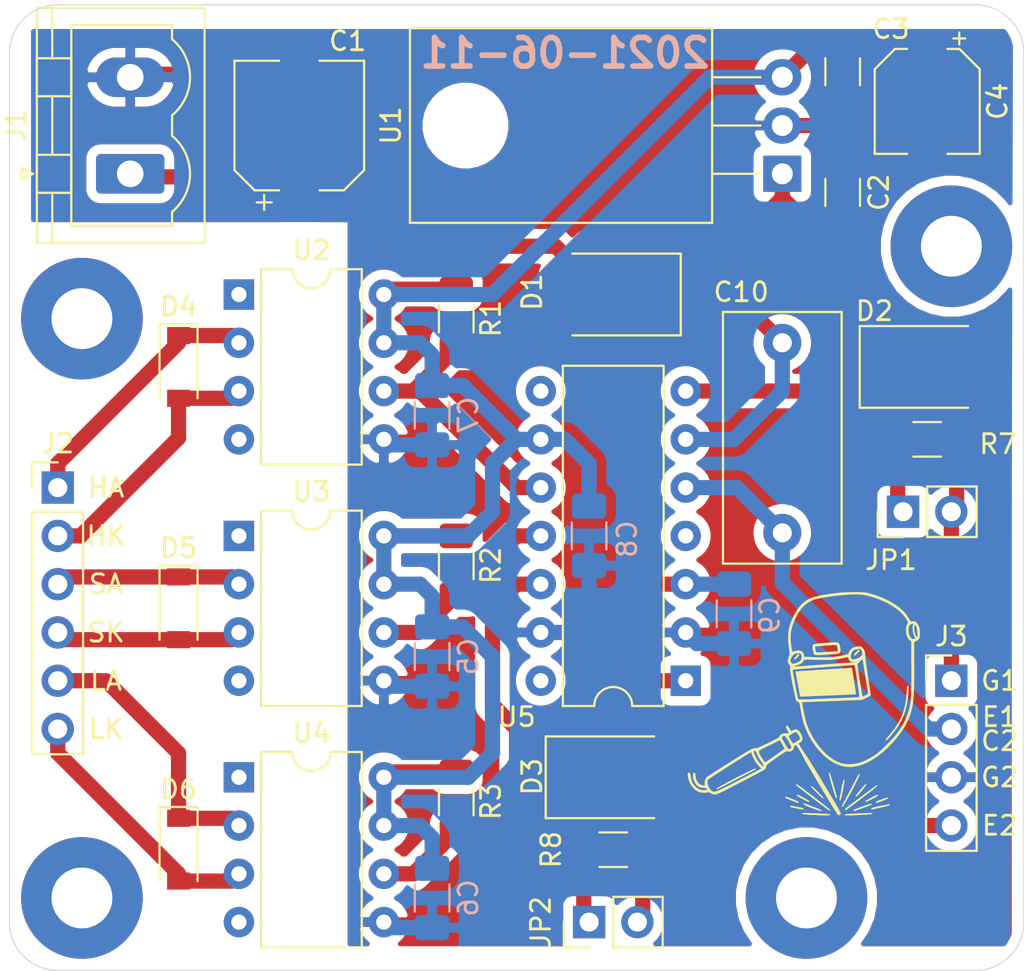
<source format=kicad_pcb>
(kicad_pcb (version 20171130) (host pcbnew 5.1.10-1.fc33)
  (layers (0 F.Cu signal) (31 B.Cu signal) (34 B.Paste user) (35 F.Paste user) (36 B.SilkS user) (37 F.SilkS user) (38 B.Mask user) (39 F.Mask user) (44 Edge.Cuts user))
  (net 0 "")
  (net 1 GND)
  (net 2 +15V)
  (net 3 +5V)
  (net 4 "Net-(C10-Pad2)")
  (net 5 "Net-(C10-Pad1)")
  (net 6 "Net-(D2-Pad2)")
  (net 7 "Net-(D2-Pad1)")
  (net 8 "Net-(D3-Pad2)")
  (net 9 "Net-(D3-Pad1)")
  (net 10 "Net-(D4-Pad2)")
  (net 11 "Net-(D4-Pad1)")
  (net 12 "Net-(D5-Pad2)")
  (net 13 "Net-(D5-Pad1)")
  (net 14 "Net-(D6-Pad2)")
  (net 15 "Net-(D6-Pad1)")
  (net 16 "Net-(R1-Pad2)")
  (net 17 "Net-(R2-Pad2)")
  (net 18 "Net-(R3-Pad2)")
  (module power-driver:welder_footprint (layer F.Cu) (at 138.43 109.22)
    (fp_text reference G*** hide)
    (fp_text value LOGO hide)
  )
  (module MountingHole:MountingHole_3.2mm_M3_Pad (layer F.Cu) (at 100.33 119.38)
    (fp_text reference H4 hide)
    (fp_text value MountingHole)
    (pad 1 thru_hole circle (at 0 0) (size 6.4 6.4) (drill 3.2) (layers *.Cu *.Mask))
  )
  (module Capacitor_SMD:C_1206_3216Metric_Pad1.33x1.80mm_HandSolder (layer B.Cu) (at 118.745 119.38 270)
    (fp_text reference C6 (at 0 -1.905 270) (layer B.SilkS) (effects (justify mirror)))
    (fp_text value 100n)
    (pad 2 smd roundrect (at 1.5625 0 270) (size 1.325 1.8) (layers B.Cu B.Paste B.Mask) (roundrect_rratio 0.1886784905660377) (net 1 GND))
    (pad 1 smd roundrect (at -1.5625 0 270) (size 1.325 1.8) (layers B.Cu B.Paste B.Mask) (roundrect_rratio 0.1886784905660377) (net 3 +5V))
  )
  (module Capacitor_SMD:C_1206_3216Metric_Pad1.33x1.80mm_HandSolder (layer B.Cu) (at 118.745 106.68 270)
    (fp_text reference C5 (at 0 -1.905 270) (layer B.SilkS) (effects (justify mirror)))
    (fp_text value 100n)
    (pad 2 smd roundrect (at 1.5625 0 270) (size 1.325 1.8) (layers B.Cu B.Paste B.Mask) (roundrect_rratio 0.1886784905660377) (net 1 GND))
    (pad 1 smd roundrect (at -1.5625 0 270) (size 1.325 1.8) (layers B.Cu B.Paste B.Mask) (roundrect_rratio 0.1886784905660377) (net 3 +5V))
  )
  (module Capacitor_SMD:C_1206_3216Metric_Pad1.33x1.80mm_HandSolder (layer B.Cu) (at 118.745 93.98 270)
    (fp_text reference C7 (at 0 -1.905 90) (layer B.SilkS) (effects (justify mirror)))
    (fp_text value 100n)
    (pad 2 smd roundrect (at 1.5625 0 270) (size 1.325 1.8) (layers B.Cu B.Paste B.Mask) (roundrect_rratio 0.1886784905660377) (net 1 GND))
    (pad 1 smd roundrect (at -1.5625 0 270) (size 1.325 1.8) (layers B.Cu B.Paste B.Mask) (roundrect_rratio 0.1886784905660377) (net 3 +5V))
  )
  (module Diode_SMD:D_SOD-123 (layer F.Cu) (at 105.41 116.84 270)
    (fp_text reference D6 (at -3.175 0 180) (layer F.SilkS))
    (fp_text value 1N4148W)
    (pad 2 smd rect (at 1.65 0 270) (size 0.9 1.2) (layers F.Cu F.Paste F.Mask) (net 14 "Net-(D6-Pad2)"))
    (pad 1 smd rect (at -1.65 0 270) (size 0.9 1.2) (layers F.Cu F.Paste F.Mask) (net 15 "Net-(D6-Pad1)"))
  )
  (module Diode_SMD:D_SOD-123 (layer F.Cu) (at 105.41 104.14 270)
    (fp_text reference D5 (at -3.175 0) (layer F.SilkS))
    (fp_text value 1N4148W)
    (pad 2 smd rect (at 1.65 0 270) (size 0.9 1.2) (layers F.Cu F.Paste F.Mask) (net 12 "Net-(D5-Pad2)"))
    (pad 1 smd rect (at -1.65 0 270) (size 0.9 1.2) (layers F.Cu F.Paste F.Mask) (net 13 "Net-(D5-Pad1)"))
  )
  (module Diode_SMD:D_SOD-123 (layer F.Cu) (at 105.41 91.44 270)
    (fp_text reference D4 (at -3.175 0) (layer F.SilkS))
    (fp_text value 1N4148W)
    (pad 2 smd rect (at 1.65 0 270) (size 0.9 1.2) (layers F.Cu F.Paste F.Mask) (net 10 "Net-(D4-Pad2)"))
    (pad 1 smd rect (at -1.65 0 270) (size 0.9 1.2) (layers F.Cu F.Paste F.Mask) (net 11 "Net-(D4-Pad1)"))
  )
  (module MountingHole:MountingHole_3.2mm_M3_Pad (layer F.Cu) (at 138.43 119.38)
    (fp_text reference H3 hide)
    (fp_text value MountingHole)
    (pad 1 thru_hole circle (at 0 0) (size 6.4 6.4) (drill 3.2) (layers *.Cu *.Mask))
  )
  (module MountingHole:MountingHole_3.2mm_M3_Pad (layer F.Cu) (at 146.05 85.09)
    (fp_text reference H2 hide)
    (fp_text value MountingHole)
    (pad 1 thru_hole circle (at 0 0) (size 6.4 6.4) (drill 3.2) (layers *.Cu *.Mask))
  )
  (module MountingHole:MountingHole_3.2mm_M3_Pad (layer F.Cu) (at 100.33 88.9)
    (fp_text reference H1 hide)
    (fp_text value MountingHole)
    (pad 1 thru_hole circle (at 0 0) (size 6.4 6.4) (drill 3.2) (layers *.Cu *.Mask))
  )
  (module Connector_PinHeader_2.54mm:PinHeader_1x02_P2.54mm_Vertical (layer F.Cu) (at 127 120.65 90)
    (fp_text reference JP2 (at 0 -2.54 90) (layer F.SilkS))
    (fp_text value Jumper)
    (pad 2 thru_hole oval (at 0 2.54 90) (size 1.7 1.7) (drill 1) (layers *.Cu *.Mask) (net 8 "Net-(D3-Pad2)"))
    (pad 1 thru_hole rect (at 0 0 90) (size 1.7 1.7) (drill 1) (layers *.Cu *.Mask) (net 9 "Net-(D3-Pad1)"))
  )
  (module Connector_PinHeader_2.54mm:PinHeader_1x02_P2.54mm_Vertical (layer F.Cu) (at 143.51 99.06 90)
    (fp_text reference JP1 (at -2.54 -0.635) (layer F.SilkS))
    (fp_text value Jumper)
    (pad 2 thru_hole oval (at 0 2.54 90) (size 1.7 1.7) (drill 1) (layers *.Cu *.Mask) (net 6 "Net-(D2-Pad2)"))
    (pad 1 thru_hole rect (at 0 0 90) (size 1.7 1.7) (drill 1) (layers *.Cu *.Mask) (net 7 "Net-(D2-Pad1)"))
  )
  (module Connector_PinHeader_2.54mm:PinHeader_1x04_P2.54mm_Vertical (layer F.Cu) (at 146.05 107.95)
    (fp_text reference J3 (at 0 -2.33) (layer F.SilkS))
    (fp_text value Conn_01x04_Male)
    (pad 4 thru_hole oval (at 0 7.62) (size 1.7 1.7) (drill 1) (layers *.Cu *.Mask) (net 8 "Net-(D3-Pad2)"))
    (pad 3 thru_hole oval (at 0 5.08) (size 1.7 1.7) (drill 1) (layers *.Cu *.Mask) (net 1 GND))
    (pad 2 thru_hole oval (at 0 2.54) (size 1.7 1.7) (drill 1) (layers *.Cu *.Mask) (net 4 "Net-(C10-Pad2)"))
    (pad 1 thru_hole rect (at 0 0) (size 1.7 1.7) (drill 1) (layers *.Cu *.Mask) (net 6 "Net-(D2-Pad2)"))
  )
  (module Connector_PinHeader_2.54mm:PinHeader_1x06_P2.54mm_Vertical (layer F.Cu) (at 99.06 97.79)
    (fp_text reference J2 (at 0 -2.33) (layer F.SilkS))
    (fp_text value Conn_01x06_Male)
    (pad 6 thru_hole oval (at 0 12.7) (size 1.7 1.7) (drill 1) (layers *.Cu *.Mask) (net 14 "Net-(D6-Pad2)"))
    (pad 5 thru_hole oval (at 0 10.16) (size 1.7 1.7) (drill 1) (layers *.Cu *.Mask) (net 15 "Net-(D6-Pad1)"))
    (pad 4 thru_hole oval (at 0 7.62) (size 1.7 1.7) (drill 1) (layers *.Cu *.Mask) (net 12 "Net-(D5-Pad2)"))
    (pad 3 thru_hole oval (at 0 5.08) (size 1.7 1.7) (drill 1) (layers *.Cu *.Mask) (net 13 "Net-(D5-Pad1)"))
    (pad 2 thru_hole oval (at 0 2.54) (size 1.7 1.7) (drill 1) (layers *.Cu *.Mask) (net 10 "Net-(D4-Pad2)"))
    (pad 1 thru_hole rect (at 0 0) (size 1.7 1.7) (drill 1) (layers *.Cu *.Mask) (net 11 "Net-(D4-Pad1)"))
  )
  (module Package_TO_SOT_THT:TO-220-3_Horizontal_TabDown (layer F.Cu) (at 137.16 81.28 90)
    (fp_text reference U1 (at 2.54 -20.58 90) (layer F.SilkS))
    (fp_text value L7805)
    (pad 3 thru_hole oval (at 5.08 0 90) (size 1.905 2) (drill 1.1) (layers *.Cu *.Mask) (net 3 +5V))
    (pad 2 thru_hole oval (at 2.54 0 90) (size 1.905 2) (drill 1.1) (layers *.Cu *.Mask) (net 1 GND))
    (pad 1 thru_hole rect (at 0 0 90) (size 1.905 2) (drill 1.1) (layers *.Cu *.Mask) (net 2 +15V))
    (pad "" np_thru_hole oval (at 2.54 -16.66 90) (size 3.5 3.5) (drill 3.5) (layers *.Cu *.Mask))
  )
  (module Package_DIP:DIP-14_W7.62mm (layer F.Cu) (at 132.08 107.95 180)
    (fp_text reference U5 (at 8.89 -1.905) (layer F.SilkS))
    (fp_text value IR2110)
    (pad 14 thru_hole oval (at 7.62 0 180) (size 1.6 1.6) (drill 0.8) (layers *.Cu *.Mask))
    (pad 7 thru_hole oval (at 0 15.24 180) (size 1.6 1.6) (drill 0.8) (layers *.Cu *.Mask) (net 7 "Net-(D2-Pad1)"))
    (pad 13 thru_hole oval (at 7.62 2.54 180) (size 1.6 1.6) (drill 0.8) (layers *.Cu *.Mask) (net 1 GND))
    (pad 6 thru_hole oval (at 0 12.7 180) (size 1.6 1.6) (drill 0.8) (layers *.Cu *.Mask) (net 5 "Net-(C10-Pad1)"))
    (pad 12 thru_hole oval (at 7.62 5.08 180) (size 1.6 1.6) (drill 0.8) (layers *.Cu *.Mask) (net 18 "Net-(R3-Pad2)"))
    (pad 5 thru_hole oval (at 0 10.16 180) (size 1.6 1.6) (drill 0.8) (layers *.Cu *.Mask) (net 4 "Net-(C10-Pad2)"))
    (pad 11 thru_hole oval (at 7.62 7.62 180) (size 1.6 1.6) (drill 0.8) (layers *.Cu *.Mask) (net 17 "Net-(R2-Pad2)"))
    (pad 4 thru_hole oval (at 0 7.62 180) (size 1.6 1.6) (drill 0.8) (layers *.Cu *.Mask))
    (pad 10 thru_hole oval (at 7.62 10.16 180) (size 1.6 1.6) (drill 0.8) (layers *.Cu *.Mask) (net 16 "Net-(R1-Pad2)"))
    (pad 3 thru_hole oval (at 0 5.08 180) (size 1.6 1.6) (drill 0.8) (layers *.Cu *.Mask) (net 2 +15V))
    (pad 9 thru_hole oval (at 7.62 12.7 180) (size 1.6 1.6) (drill 0.8) (layers *.Cu *.Mask) (net 3 +5V))
    (pad 2 thru_hole oval (at 0 2.54 180) (size 1.6 1.6) (drill 0.8) (layers *.Cu *.Mask) (net 1 GND))
    (pad 8 thru_hole oval (at 7.62 15.24 180) (size 1.6 1.6) (drill 0.8) (layers *.Cu *.Mask))
    (pad 1 thru_hole rect (at 0 0 180) (size 1.6 1.6) (drill 0.8) (layers *.Cu *.Mask) (net 9 "Net-(D3-Pad1)"))
  )
  (module Package_DIP:DIP-8_W7.62mm (layer F.Cu) (at 108.585 113.03)
    (fp_text reference U4 (at 3.81 -2.33) (layer F.SilkS))
    (fp_text value 6N137)
    (pad 8 thru_hole oval (at 7.62 0) (size 1.6 1.6) (drill 0.8) (layers *.Cu *.Mask) (net 3 +5V))
    (pad 4 thru_hole oval (at 0 7.62) (size 1.6 1.6) (drill 0.8) (layers *.Cu *.Mask))
    (pad 7 thru_hole oval (at 7.62 2.54) (size 1.6 1.6) (drill 0.8) (layers *.Cu *.Mask) (net 3 +5V))
    (pad 3 thru_hole oval (at 0 5.08) (size 1.6 1.6) (drill 0.8) (layers *.Cu *.Mask) (net 14 "Net-(D6-Pad2)"))
    (pad 6 thru_hole oval (at 7.62 5.08) (size 1.6 1.6) (drill 0.8) (layers *.Cu *.Mask) (net 18 "Net-(R3-Pad2)"))
    (pad 2 thru_hole oval (at 0 2.54) (size 1.6 1.6) (drill 0.8) (layers *.Cu *.Mask) (net 15 "Net-(D6-Pad1)"))
    (pad 5 thru_hole oval (at 7.62 7.62) (size 1.6 1.6) (drill 0.8) (layers *.Cu *.Mask) (net 1 GND))
    (pad 1 thru_hole rect (at 0 0) (size 1.6 1.6) (drill 0.8) (layers *.Cu *.Mask))
  )
  (module Package_DIP:DIP-8_W7.62mm (layer F.Cu) (at 108.585 100.33)
    (fp_text reference U3 (at 3.81 -2.33) (layer F.SilkS))
    (fp_text value 6N137)
    (pad 8 thru_hole oval (at 7.62 0) (size 1.6 1.6) (drill 0.8) (layers *.Cu *.Mask) (net 3 +5V))
    (pad 4 thru_hole oval (at 0 7.62) (size 1.6 1.6) (drill 0.8) (layers *.Cu *.Mask))
    (pad 7 thru_hole oval (at 7.62 2.54) (size 1.6 1.6) (drill 0.8) (layers *.Cu *.Mask) (net 3 +5V))
    (pad 3 thru_hole oval (at 0 5.08) (size 1.6 1.6) (drill 0.8) (layers *.Cu *.Mask) (net 12 "Net-(D5-Pad2)"))
    (pad 6 thru_hole oval (at 7.62 5.08) (size 1.6 1.6) (drill 0.8) (layers *.Cu *.Mask) (net 17 "Net-(R2-Pad2)"))
    (pad 2 thru_hole oval (at 0 2.54) (size 1.6 1.6) (drill 0.8) (layers *.Cu *.Mask) (net 13 "Net-(D5-Pad1)"))
    (pad 5 thru_hole oval (at 7.62 7.62) (size 1.6 1.6) (drill 0.8) (layers *.Cu *.Mask) (net 1 GND))
    (pad 1 thru_hole rect (at 0 0) (size 1.6 1.6) (drill 0.8) (layers *.Cu *.Mask))
  )
  (module Package_DIP:DIP-8_W7.62mm (layer F.Cu) (at 108.585 87.63)
    (fp_text reference U2 (at 3.81 -2.33) (layer F.SilkS))
    (fp_text value 6N137)
    (pad 8 thru_hole oval (at 7.62 0) (size 1.6 1.6) (drill 0.8) (layers *.Cu *.Mask) (net 3 +5V))
    (pad 4 thru_hole oval (at 0 7.62) (size 1.6 1.6) (drill 0.8) (layers *.Cu *.Mask))
    (pad 7 thru_hole oval (at 7.62 2.54) (size 1.6 1.6) (drill 0.8) (layers *.Cu *.Mask) (net 3 +5V))
    (pad 3 thru_hole oval (at 0 5.08) (size 1.6 1.6) (drill 0.8) (layers *.Cu *.Mask) (net 10 "Net-(D4-Pad2)"))
    (pad 6 thru_hole oval (at 7.62 5.08) (size 1.6 1.6) (drill 0.8) (layers *.Cu *.Mask) (net 16 "Net-(R1-Pad2)"))
    (pad 2 thru_hole oval (at 0 2.54) (size 1.6 1.6) (drill 0.8) (layers *.Cu *.Mask) (net 11 "Net-(D4-Pad1)"))
    (pad 5 thru_hole oval (at 7.62 7.62) (size 1.6 1.6) (drill 0.8) (layers *.Cu *.Mask) (net 1 GND))
    (pad 1 thru_hole rect (at 0 0) (size 1.6 1.6) (drill 0.8) (layers *.Cu *.Mask))
  )
  (module Resistor_SMD:R_1206_3216Metric_Pad1.30x1.75mm_HandSolder (layer F.Cu) (at 128.27 116.84)
    (fp_text reference R8 (at -3.27 0 90) (layer F.SilkS))
    (fp_text value 22)
    (pad 2 smd roundrect (at 1.55 0) (size 1.3 1.75) (layers F.Cu F.Paste F.Mask) (roundrect_rratio 0.1923076923076923) (net 8 "Net-(D3-Pad2)"))
    (pad 1 smd roundrect (at -1.55 0) (size 1.3 1.75) (layers F.Cu F.Paste F.Mask) (roundrect_rratio 0.1923076923076923) (net 9 "Net-(D3-Pad1)"))
  )
  (module Resistor_SMD:R_1206_3216Metric_Pad1.30x1.75mm_HandSolder (layer F.Cu) (at 144.78 95.25)
    (fp_text reference R7 (at 3.72 0.25) (layer F.SilkS))
    (fp_text value 22)
    (pad 2 smd roundrect (at 1.55 0) (size 1.3 1.75) (layers F.Cu F.Paste F.Mask) (roundrect_rratio 0.1923076923076923) (net 6 "Net-(D2-Pad2)"))
    (pad 1 smd roundrect (at -1.55 0) (size 1.3 1.75) (layers F.Cu F.Paste F.Mask) (roundrect_rratio 0.1923076923076923) (net 7 "Net-(D2-Pad1)"))
  )
  (module Resistor_SMD:R_1206_3216Metric_Pad1.30x1.75mm_HandSolder (layer F.Cu) (at 120.015 114.3 270)
    (fp_text reference R3 (at 0 -1.82 90) (layer F.SilkS))
    (fp_text value 10k)
    (pad 2 smd roundrect (at 1.55 0 270) (size 1.3 1.75) (layers F.Cu F.Paste F.Mask) (roundrect_rratio 0.1923076923076923) (net 18 "Net-(R3-Pad2)"))
    (pad 1 smd roundrect (at -1.55 0 270) (size 1.3 1.75) (layers F.Cu F.Paste F.Mask) (roundrect_rratio 0.1923076923076923) (net 3 +5V))
  )
  (module Resistor_SMD:R_1206_3216Metric_Pad1.30x1.75mm_HandSolder (layer F.Cu) (at 120.015 101.88 270)
    (fp_text reference R2 (at 0 -1.82 90) (layer F.SilkS))
    (fp_text value 10k)
    (pad 2 smd roundrect (at 1.55 0 270) (size 1.3 1.75) (layers F.Cu F.Paste F.Mask) (roundrect_rratio 0.1923076923076923) (net 17 "Net-(R2-Pad2)"))
    (pad 1 smd roundrect (at -1.55 0 270) (size 1.3 1.75) (layers F.Cu F.Paste F.Mask) (roundrect_rratio 0.1923076923076923) (net 3 +5V))
  )
  (module Resistor_SMD:R_1206_3216Metric_Pad1.30x1.75mm_HandSolder (layer F.Cu) (at 120.015 88.9 270)
    (fp_text reference R1 (at 0 -1.82 90) (layer F.SilkS))
    (fp_text value 10k)
    (pad 2 smd roundrect (at 1.55 0 270) (size 1.3 1.75) (layers F.Cu F.Paste F.Mask) (roundrect_rratio 0.1923076923076923) (net 16 "Net-(R1-Pad2)"))
    (pad 1 smd roundrect (at -1.55 0 270) (size 1.3 1.75) (layers F.Cu F.Paste F.Mask) (roundrect_rratio 0.1923076923076923) (net 3 +5V))
  )
  (module Connector_Phoenix_MSTB:PhoenixContact_MSTBVA_2,5_2-G-5,08_1x02_P5.08mm_Vertical (layer F.Cu) (at 102.87 81.28 90)
    (fp_text reference J1 (at 2.54 -6 90) (layer F.SilkS))
    (fp_text value Conn_01x02_Female)
    (pad 2 thru_hole oval (at 5.08 0 90) (size 2.08 3.6) (drill 1.4) (layers *.Cu *.Mask) (net 1 GND))
    (pad 1 thru_hole roundrect (at 0 0 90) (size 2.08 3.6) (drill 1.4) (layers *.Cu *.Mask) (roundrect_rratio 0.1201918269230769) (net 2 +15V))
  )
  (module Diode_SMD:D_SMB (layer F.Cu) (at 128.27 113.03)
    (fp_text reference D3 (at -4.27 -0.03 90) (layer F.SilkS))
    (fp_text value STTH212U)
    (pad 2 smd rect (at 2.15 0) (size 2.5 2.3) (layers F.Cu F.Paste F.Mask) (net 8 "Net-(D3-Pad2)"))
    (pad 1 smd rect (at -2.15 0) (size 2.5 2.3) (layers F.Cu F.Paste F.Mask) (net 9 "Net-(D3-Pad1)"))
  )
  (module Diode_SMD:D_SMB (layer F.Cu) (at 144.78 91.44)
    (fp_text reference D2 (at -2.78 -2.94) (layer F.SilkS))
    (fp_text value STTH212U)
    (pad 2 smd rect (at 2.15 0) (size 2.5 2.3) (layers F.Cu F.Paste F.Mask) (net 6 "Net-(D2-Pad2)"))
    (pad 1 smd rect (at -2.15 0) (size 2.5 2.3) (layers F.Cu F.Paste F.Mask) (net 7 "Net-(D2-Pad1)"))
  )
  (module Diode_SMD:D_SMB (layer F.Cu) (at 128.27 87.63 180)
    (fp_text reference D1 (at 4.27 0.13 270) (layer F.SilkS))
    (fp_text value STTH212U)
    (pad 2 smd rect (at 2.15 0 180) (size 2.5 2.3) (layers F.Cu F.Paste F.Mask) (net 2 +15V))
    (pad 1 smd rect (at -2.15 0 180) (size 2.5 2.3) (layers F.Cu F.Paste F.Mask) (net 5 "Net-(C10-Pad1)"))
  )
  (module Capacitor_THT:C_Rect_L13.0mm_W6.0mm_P10.00mm_FKS3_FKP3_MKS4 (layer F.Cu) (at 137.16 90.17 270)
    (fp_text reference C10 (at -2.67 2.16 180) (layer F.SilkS))
    (fp_text value 470n)
    (pad 2 thru_hole circle (at 10 0 270) (size 2 2) (drill 1) (layers *.Cu *.Mask) (net 4 "Net-(C10-Pad2)"))
    (pad 1 thru_hole circle (at 0 0 270) (size 2 2) (drill 1) (layers *.Cu *.Mask) (net 5 "Net-(C10-Pad1)"))
  )
  (module Capacitor_SMD:C_1206_3216Metric_Pad1.33x1.80mm_HandSolder (layer B.Cu) (at 134.62 104.4325 270)
    (fp_text reference C9 (at 0.0675 -1.88 270) (layer B.SilkS) (effects (justify mirror)))
    (fp_text value 100n)
    (pad 2 smd roundrect (at 1.5625 0 270) (size 1.325 1.8) (layers B.Cu B.Paste B.Mask) (roundrect_rratio 0.1886784905660377) (net 1 GND))
    (pad 1 smd roundrect (at -1.5625 0 270) (size 1.325 1.8) (layers B.Cu B.Paste B.Mask) (roundrect_rratio 0.1886784905660377) (net 2 +15V))
  )
  (module Capacitor_SMD:C_1206_3216Metric_Pad1.33x1.80mm_HandSolder (layer B.Cu) (at 127 100.33 90)
    (fp_text reference C8 (at -0.17 2 90) (layer B.SilkS) (effects (justify mirror)))
    (fp_text value 100n)
    (pad 2 smd roundrect (at 1.5625 0 90) (size 1.325 1.8) (layers B.Cu B.Paste B.Mask) (roundrect_rratio 0.1886784905660377) (net 3 +5V))
    (pad 1 smd roundrect (at -1.5625 0 90) (size 1.325 1.8) (layers B.Cu B.Paste B.Mask) (roundrect_rratio 0.1886784905660377) (net 1 GND))
  )
  (module Capacitor_SMD:CP_Elec_5x5.3 (layer F.Cu) (at 144.78 77.47 270)
    (fp_text reference C4 (at 0 -3.7 90) (layer F.SilkS))
    (fp_text value 16u)
    (pad 2 smd roundrect (at 2.2 0 270) (size 3 1.6) (layers F.Cu F.Paste F.Mask) (roundrect_rratio 0.15625) (net 1 GND))
    (pad 1 smd roundrect (at -2.2 0 270) (size 3 1.6) (layers F.Cu F.Paste F.Mask) (roundrect_rratio 0.15625) (net 3 +5V))
  )
  (module Capacitor_SMD:C_1206_3216Metric_Pad1.33x1.80mm_HandSolder (layer F.Cu) (at 140.335 75.9075 270)
    (fp_text reference C3 (at -2.2475 -2.54 180) (layer F.SilkS))
    (fp_text value 100n)
    (pad 2 smd roundrect (at 1.5625 0 270) (size 1.325 1.8) (layers F.Cu F.Paste F.Mask) (roundrect_rratio 0.1886784905660377) (net 1 GND))
    (pad 1 smd roundrect (at -1.5625 0 270) (size 1.325 1.8) (layers F.Cu F.Paste F.Mask) (roundrect_rratio 0.1886784905660377) (net 3 +5V))
  )
  (module Capacitor_SMD:C_1206_3216Metric_Pad1.33x1.80mm_HandSolder (layer F.Cu) (at 140.335 82.2575 90)
    (fp_text reference C2 (at 0 1.905 90) (layer F.SilkS))
    (fp_text value 100n)
    (pad 2 smd roundrect (at 1.5625 0 90) (size 1.325 1.8) (layers F.Cu F.Paste F.Mask) (roundrect_rratio 0.1886784905660377) (net 1 GND))
    (pad 1 smd roundrect (at -1.5625 0 90) (size 1.325 1.8) (layers F.Cu F.Paste F.Mask) (roundrect_rratio 0.1886784905660377) (net 2 +15V))
  )
  (module Capacitor_SMD:CP_Elec_6.3x7.7 (layer F.Cu) (at 111.76 78.74 90)
    (fp_text reference C1 (at 4.445 2.54 180) (layer F.SilkS))
    (fp_text value 470u)
    (pad 2 smd roundrect (at 2.7 0 90) (size 3.5 1.6) (layers F.Cu F.Paste F.Mask) (roundrect_rratio 0.15625) (net 1 GND))
    (pad 1 smd roundrect (at -2.7 0 90) (size 3.5 1.6) (layers F.Cu F.Paste F.Mask) (roundrect_rratio 0.15625) (net 2 +15V))
  )
  (gr_text LA (at 101.6 107.95) (layer F.SilkS) (effects (font (size 1 1))))
  (gr_text SA (at 101.6 102.87) (layer F.SilkS) (effects (font (size 1 1))))
  (gr_text LK (at 101.6 110.49) (layer F.SilkS) (effects (font (size 1 1))))
  (gr_text SK (at 101.6 105.41) (layer F.SilkS) (effects (font (size 1 1))))
  (gr_text HK (at 101.6 100.33) (layer F.SilkS) (effects (font (size 1 1))))
  (gr_text HA (at 101.6 97.79) (layer F.SilkS) (effects (font (size 1 1))))
  (gr_text 2021-06-11 (at 125.73 74.93) (layer B.SilkS) (effects (font (size 1.5 1.5) (thickness 0.3)) (justify mirror)))
  (gr_text C2 (at 148.59 111.125) (layer F.SilkS) (effects (font (size 1 1))))
  (gr_text E1 (at 148.59 109.855) (layer F.SilkS) (effects (font (size 1 1))))
  (gr_text E2 (at 148.59 115.57) (layer F.SilkS) (effects (font (size 1 1))))
  (gr_text G2 (at 148.59 113.03) (layer F.SilkS) (effects (font (size 1 1))))
  (gr_text G1 (at 148.59 107.95) (layer F.SilkS) (effects (font (size 1 1))))
  (gr_arc (start 99.06 120.65) (end 96.52 120.65) (angle -90) (layer Edge.Cuts) (width 0.05))
  (gr_arc (start 147.32 120.65) (end 147.32 123.19) (angle -90) (layer Edge.Cuts) (width 0.05))
  (gr_arc (start 147.32 74.93) (end 149.86 74.93) (angle -90) (layer Edge.Cuts) (width 0.05))
  (gr_arc (start 99.06 74.93) (end 99.06 72.39) (angle -90) (layer Edge.Cuts) (width 0.05))
  (gr_line (start 96.52 120.65) (end 96.52 74.93) (layer Edge.Cuts) (width 0.05))
  (gr_line (start 147.32 123.19) (end 99.06 123.19) (layer Edge.Cuts) (width 0.05))
  (gr_line (start 149.86 74.93) (end 149.86 120.65) (layer Edge.Cuts) (width 0.05))
  (gr_line (start 99.06 72.39) (end 147.32 72.39) (layer Edge.Cuts) (width 0.05))
  (segment (start 127 101.8925) (end 127 104.14) (width 0.8) (layer B.Cu) (net 1))
  (segment (start 125.73 105.41) (end 124.46 105.41) (width 0.8) (layer B.Cu) (net 1))
  (segment (start 127 104.14) (end 125.73 105.41) (width 0.8) (layer B.Cu) (net 1))
  (segment (start 116.4975 95.5425) (end 116.205 95.25) (width 0.8) (layer B.Cu) (net 1))
  (segment (start 118.745 95.5425) (end 116.4975 95.5425) (width 0.8) (layer B.Cu) (net 1))
  (segment (start 116.4975 108.2425) (end 116.205 107.95) (width 0.8) (layer B.Cu) (net 1))
  (segment (start 118.745 108.2425) (end 116.4975 108.2425) (width 0.8) (layer B.Cu) (net 1))
  (segment (start 116.4975 120.9425) (end 116.205 120.65) (width 0.8) (layer B.Cu) (net 1))
  (segment (start 118.745 120.9425) (end 116.4975 120.9425) (width 0.8) (layer B.Cu) (net 1))
  (segment (start 132.665 105.995) (end 132.08 105.41) (width 0.8) (layer B.Cu) (net 1))
  (segment (start 134.62 105.995) (end 132.665 105.995) (width 0.8) (layer B.Cu) (net 1))
  (segment (start 103.03 76.04) (end 102.87 76.2) (width 0.8) (layer F.Cu) (net 1))
  (segment (start 111.76 76.04) (end 103.03 76.04) (width 0.8) (layer F.Cu) (net 1))
  (segment (start 140.63 79.67) (end 140.335 79.375) (width 0.8) (layer F.Cu) (net 1))
  (segment (start 144.78 79.67) (end 140.63 79.67) (width 0.8) (layer F.Cu) (net 1))
  (segment (start 140.335 79.375) (end 140.335 80.695) (width 0.8) (layer F.Cu) (net 1))
  (segment (start 139.7 78.74) (end 140.335 78.105) (width 0.8) (layer F.Cu) (net 1))
  (segment (start 140.335 78.105) (end 140.335 79.375) (width 0.8) (layer F.Cu) (net 1))
  (segment (start 140.335 77.47) (end 140.335 78.105) (width 0.8) (layer F.Cu) (net 1))
  (segment (start 139.7 78.74) (end 140.335 79.375) (width 0.8) (layer F.Cu) (net 1))
  (segment (start 137.16 78.74) (end 139.7 78.74) (width 0.8) (layer F.Cu) (net 1))
  (segment (start 134.62 102.87) (end 132.08 102.87) (width 0.8) (layer B.Cu) (net 2))
  (segment (start 140.335 83.82) (end 139.7 83.82) (width 0.8) (layer F.Cu) (net 2))
  (segment (start 137.16 81.28) (end 137.16 82.55) (width 0.8) (layer F.Cu) (net 2))
  (segment (start 137.16 82.55) (end 134.62 85.09) (width 0.8) (layer F.Cu) (net 2))
  (segment (start 134.62 85.09) (end 127 85.09) (width 0.8) (layer F.Cu) (net 2))
  (segment (start 126.12 85.97) (end 126.12 87.63) (width 0.8) (layer F.Cu) (net 2))
  (segment (start 127 85.09) (end 126.12 85.97) (width 0.8) (layer F.Cu) (net 2))
  (segment (start 111.76 81.44) (end 114.46 81.44) (width 0.8) (layer F.Cu) (net 2))
  (segment (start 114.46 81.44) (end 115.57 82.55) (width 0.8) (layer F.Cu) (net 2))
  (segment (start 115.57 82.55) (end 115.57 83.82) (width 0.8) (layer F.Cu) (net 2))
  (segment (start 115.57 83.82) (end 116.84 85.09) (width 0.8) (layer F.Cu) (net 2))
  (segment (start 125.24 85.09) (end 126.12 85.97) (width 0.8) (layer F.Cu) (net 2))
  (segment (start 116.84 85.09) (end 125.24 85.09) (width 0.8) (layer F.Cu) (net 2))
  (segment (start 103.03 81.44) (end 102.87 81.28) (width 0.8) (layer F.Cu) (net 2))
  (segment (start 111.76 81.44) (end 103.03 81.44) (width 0.8) (layer F.Cu) (net 2))
  (segment (start 126.12 87.63) (end 126.12 88.02) (width 0.8) (layer F.Cu) (net 2))
  (segment (start 126.12 88.02) (end 129.54 91.44) (width 0.8) (layer F.Cu) (net 2))
  (segment (start 129.54 91.44) (end 129.54 101.6) (width 0.8) (layer F.Cu) (net 2))
  (segment (start 130.81 102.87) (end 132.08 102.87) (width 0.8) (layer F.Cu) (net 2))
  (segment (start 129.54 101.6) (end 130.81 102.87) (width 0.8) (layer F.Cu) (net 2))
  (segment (start 138.43 83.82) (end 137.16 82.55) (width 0.8) (layer F.Cu) (net 2))
  (segment (start 140.335 83.82) (end 138.43 83.82) (width 0.8) (layer F.Cu) (net 2))
  (segment (start 116.205 115.57) (end 116.205 113.03) (width 0.8) (layer B.Cu) (net 3))
  (segment (start 118.745 117.8175) (end 118.745 116.205) (width 0.8) (layer B.Cu) (net 3))
  (segment (start 118.11 115.57) (end 116.205 115.57) (width 0.8) (layer B.Cu) (net 3))
  (segment (start 118.745 116.205) (end 118.11 115.57) (width 0.8) (layer B.Cu) (net 3))
  (segment (start 118.745 105.1175) (end 118.745 103.505) (width 0.8) (layer B.Cu) (net 3))
  (segment (start 118.11 102.87) (end 116.205 102.87) (width 0.8) (layer B.Cu) (net 3))
  (segment (start 118.745 103.505) (end 118.11 102.87) (width 0.8) (layer B.Cu) (net 3))
  (segment (start 116.205 102.87) (end 116.205 100.33) (width 0.8) (layer B.Cu) (net 3))
  (segment (start 118.745 92.4175) (end 118.745 90.805) (width 0.8) (layer B.Cu) (net 3))
  (segment (start 118.11 90.17) (end 116.205 90.17) (width 0.8) (layer B.Cu) (net 3))
  (segment (start 118.745 90.805) (end 118.11 90.17) (width 0.8) (layer B.Cu) (net 3))
  (segment (start 116.205 90.17) (end 116.205 87.63) (width 0.8) (layer B.Cu) (net 3))
  (segment (start 116.205 87.63) (end 121.92 87.63) (width 0.8) (layer B.Cu) (net 3))
  (segment (start 133.35 76.2) (end 137.16 76.2) (width 0.8) (layer B.Cu) (net 3))
  (segment (start 121.92 87.63) (end 133.35 76.2) (width 0.8) (layer B.Cu) (net 3))
  (segment (start 118.745 92.4175) (end 120.3575 92.4175) (width 0.8) (layer B.Cu) (net 3))
  (segment (start 123.19 95.25) (end 124.46 95.25) (width 0.8) (layer B.Cu) (net 3))
  (segment (start 120.3575 92.4175) (end 123.19 95.25) (width 0.8) (layer B.Cu) (net 3))
  (segment (start 127 98.7675) (end 127 96.52) (width 0.8) (layer B.Cu) (net 3))
  (segment (start 125.73 95.25) (end 124.46 95.25) (width 0.8) (layer B.Cu) (net 3))
  (segment (start 127 96.52) (end 125.73 95.25) (width 0.8) (layer B.Cu) (net 3))
  (segment (start 116.205 100.33) (end 120.65 100.33) (width 0.8) (layer B.Cu) (net 3))
  (segment (start 120.65 100.33) (end 121.92 99.06) (width 0.8) (layer B.Cu) (net 3))
  (segment (start 121.92 96.52) (end 123.19 95.25) (width 0.8) (layer B.Cu) (net 3))
  (segment (start 121.92 99.06) (end 121.92 96.52) (width 0.8) (layer B.Cu) (net 3))
  (segment (start 118.745 105.1175) (end 120.3575 105.1175) (width 0.8) (layer B.Cu) (net 3))
  (segment (start 120.3575 105.1175) (end 121.92 106.68) (width 0.8) (layer B.Cu) (net 3))
  (segment (start 121.92 106.68) (end 121.92 111.76) (width 0.8) (layer B.Cu) (net 3))
  (segment (start 120.65 113.03) (end 116.205 113.03) (width 0.8) (layer B.Cu) (net 3))
  (segment (start 121.92 111.76) (end 120.65 113.03) (width 0.8) (layer B.Cu) (net 3))
  (segment (start 116.485 87.35) (end 116.205 87.63) (width 0.8) (layer F.Cu) (net 3))
  (segment (start 120.015 87.35) (end 116.485 87.35) (width 0.8) (layer F.Cu) (net 3))
  (segment (start 116.485 112.75) (end 116.205 113.03) (width 0.8) (layer F.Cu) (net 3))
  (segment (start 120.015 112.75) (end 116.485 112.75) (width 0.8) (layer F.Cu) (net 3))
  (segment (start 120.015 100.33) (end 116.205 100.33) (width 0.8) (layer F.Cu) (net 3))
  (segment (start 139.015 74.345) (end 137.16 76.2) (width 0.8) (layer F.Cu) (net 3))
  (segment (start 140.335 74.345) (end 139.015 74.345) (width 0.8) (layer F.Cu) (net 3))
  (segment (start 143.855 74.345) (end 144.78 75.27) (width 0.8) (layer F.Cu) (net 3))
  (segment (start 140.335 74.345) (end 143.855 74.345) (width 0.8) (layer F.Cu) (net 3))
  (segment (start 134.78 97.79) (end 137.16 100.17) (width 0.8) (layer B.Cu) (net 4))
  (segment (start 132.08 97.79) (end 134.78 97.79) (width 0.8) (layer B.Cu) (net 4))
  (segment (start 137.16 102.802081) (end 137.16 100.17) (width 0.8) (layer B.Cu) (net 4))
  (segment (start 144.847919 110.49) (end 137.16 102.802081) (width 0.8) (layer B.Cu) (net 4))
  (segment (start 146.05 110.49) (end 144.847919 110.49) (width 0.8) (layer B.Cu) (net 4))
  (segment (start 132.08 95.25) (end 134.62 95.25) (width 0.8) (layer B.Cu) (net 5))
  (segment (start 137.16 92.71) (end 137.16 90.17) (width 0.8) (layer B.Cu) (net 5))
  (segment (start 134.62 95.25) (end 137.16 92.71) (width 0.8) (layer B.Cu) (net 5))
  (segment (start 134.62 87.63) (end 137.16 90.17) (width 0.8) (layer F.Cu) (net 5))
  (segment (start 130.42 87.63) (end 134.62 87.63) (width 0.8) (layer F.Cu) (net 5))
  (segment (start 146.93 94.65) (end 146.33 95.25) (width 0.8) (layer F.Cu) (net 6))
  (segment (start 146.93 91.44) (end 146.93 94.65) (width 0.8) (layer F.Cu) (net 6))
  (segment (start 146.33 98.78) (end 146.05 99.06) (width 0.8) (layer F.Cu) (net 6))
  (segment (start 146.33 95.25) (end 146.33 98.78) (width 0.8) (layer F.Cu) (net 6))
  (segment (start 146.05 99.06) (end 146.05 107.95) (width 0.8) (layer F.Cu) (net 6))
  (segment (start 142.63 94.65) (end 143.23 95.25) (width 0.8) (layer F.Cu) (net 7))
  (segment (start 142.63 91.44) (end 142.63 94.65) (width 0.8) (layer F.Cu) (net 7))
  (segment (start 143.23 98.78) (end 143.51 99.06) (width 0.8) (layer F.Cu) (net 7))
  (segment (start 143.23 95.25) (end 143.23 98.78) (width 0.8) (layer F.Cu) (net 7))
  (segment (start 141.36 92.71) (end 142.63 91.44) (width 0.8) (layer F.Cu) (net 7))
  (segment (start 132.08 92.71) (end 141.36 92.71) (width 0.8) (layer F.Cu) (net 7))
  (segment (start 130.42 116.24) (end 129.82 116.84) (width 0.8) (layer F.Cu) (net 8))
  (segment (start 130.42 113.03) (end 130.42 116.24) (width 0.8) (layer F.Cu) (net 8))
  (segment (start 129.82 120.37) (end 129.54 120.65) (width 0.8) (layer F.Cu) (net 8))
  (segment (start 129.82 116.84) (end 129.82 120.37) (width 0.8) (layer F.Cu) (net 8))
  (segment (start 146.05 115.57) (end 142.24 115.57) (width 0.8) (layer F.Cu) (net 8))
  (segment (start 139.7 113.03) (end 130.42 113.03) (width 0.8) (layer F.Cu) (net 8))
  (segment (start 142.24 115.57) (end 139.7 113.03) (width 0.8) (layer F.Cu) (net 8))
  (segment (start 126.12 116.24) (end 126.72 116.84) (width 0.8) (layer F.Cu) (net 9))
  (segment (start 126.12 113.03) (end 126.12 116.24) (width 0.8) (layer F.Cu) (net 9))
  (segment (start 126.72 120.37) (end 127 120.65) (width 0.8) (layer F.Cu) (net 9))
  (segment (start 126.72 116.84) (end 126.72 120.37) (width 0.8) (layer F.Cu) (net 9))
  (segment (start 126.12 113.03) (end 126.12 110.1) (width 0.8) (layer F.Cu) (net 9))
  (segment (start 128.27 107.95) (end 132.08 107.95) (width 0.8) (layer F.Cu) (net 9))
  (segment (start 126.12 110.1) (end 128.27 107.95) (width 0.8) (layer F.Cu) (net 9))
  (segment (start 108.205 93.09) (end 108.585 92.71) (width 0.8) (layer F.Cu) (net 10))
  (segment (start 105.41 93.09) (end 108.205 93.09) (width 0.8) (layer F.Cu) (net 10))
  (segment (start 105.41 95.182081) (end 105.41 93.09) (width 0.8) (layer F.Cu) (net 10))
  (segment (start 100.262081 100.33) (end 105.41 95.182081) (width 0.8) (layer F.Cu) (net 10))
  (segment (start 99.06 100.33) (end 100.262081 100.33) (width 0.8) (layer F.Cu) (net 10))
  (segment (start 108.205 89.79) (end 108.585 90.17) (width 0.8) (layer F.Cu) (net 11))
  (segment (start 105.41 89.79) (end 108.205 89.79) (width 0.8) (layer F.Cu) (net 11))
  (segment (start 99.06 97.79) (end 99.06 96.52) (width 0.8) (layer F.Cu) (net 11))
  (segment (start 105.41 90.17) (end 105.41 89.79) (width 0.8) (layer F.Cu) (net 11))
  (segment (start 99.06 96.52) (end 105.41 90.17) (width 0.8) (layer F.Cu) (net 11))
  (segment (start 108.205 105.79) (end 108.585 105.41) (width 0.8) (layer F.Cu) (net 12))
  (segment (start 105.41 105.79) (end 108.205 105.79) (width 0.8) (layer F.Cu) (net 12))
  (segment (start 99.44 105.79) (end 99.06 105.41) (width 0.8) (layer F.Cu) (net 12))
  (segment (start 105.41 105.79) (end 99.44 105.79) (width 0.8) (layer F.Cu) (net 12))
  (segment (start 108.205 102.49) (end 108.585 102.87) (width 0.8) (layer F.Cu) (net 13))
  (segment (start 105.41 102.49) (end 108.205 102.49) (width 0.8) (layer F.Cu) (net 13))
  (segment (start 99.44 102.49) (end 99.06 102.87) (width 0.8) (layer F.Cu) (net 13))
  (segment (start 105.41 102.49) (end 99.44 102.49) (width 0.8) (layer F.Cu) (net 13))
  (segment (start 108.205 118.49) (end 108.585 118.11) (width 0.8) (layer F.Cu) (net 14))
  (segment (start 105.41 118.49) (end 108.205 118.49) (width 0.8) (layer F.Cu) (net 14))
  (segment (start 105.41 118.11) (end 99.06 111.76) (width 0.8) (layer F.Cu) (net 14))
  (segment (start 105.41 118.49) (end 105.41 118.11) (width 0.8) (layer F.Cu) (net 14))
  (segment (start 99.06 111.76) (end 99.06 110.49) (width 0.8) (layer F.Cu) (net 14))
  (segment (start 108.205 115.19) (end 108.585 115.57) (width 0.8) (layer F.Cu) (net 15))
  (segment (start 105.41 115.19) (end 108.205 115.19) (width 0.8) (layer F.Cu) (net 15))
  (segment (start 105.41 115.19) (end 105.41 111.76) (width 0.8) (layer F.Cu) (net 15))
  (segment (start 101.6 107.95) (end 99.06 107.95) (width 0.8) (layer F.Cu) (net 15))
  (segment (start 105.41 111.76) (end 101.6 107.95) (width 0.8) (layer F.Cu) (net 15))
  (segment (start 117.755 92.71) (end 120.015 90.45) (width 0.8) (layer F.Cu) (net 16))
  (segment (start 116.205 92.71) (end 117.755 92.71) (width 0.8) (layer F.Cu) (net 16))
  (segment (start 123.19 97.79) (end 124.46 97.79) (width 0.8) (layer F.Cu) (net 16))
  (segment (start 118.11 92.71) (end 123.19 97.79) (width 0.8) (layer F.Cu) (net 16))
  (segment (start 117.755 92.71) (end 118.11 92.71) (width 0.8) (layer F.Cu) (net 16))
  (segment (start 118.035 105.41) (end 120.015 103.43) (width 0.8) (layer F.Cu) (net 17))
  (segment (start 116.205 105.41) (end 118.035 105.41) (width 0.8) (layer F.Cu) (net 17))
  (segment (start 123.19 100.33) (end 124.46 100.33) (width 0.8) (layer F.Cu) (net 17))
  (segment (start 121.92 101.6) (end 123.19 100.33) (width 0.8) (layer F.Cu) (net 17))
  (segment (start 120.015 103.43) (end 121.92 101.6) (width 0.8) (layer F.Cu) (net 17))
  (segment (start 117.755 118.11) (end 120.015 115.85) (width 0.8) (layer F.Cu) (net 18))
  (segment (start 116.205 118.11) (end 117.755 118.11) (width 0.8) (layer F.Cu) (net 18))
  (segment (start 121.92 109.22) (end 121.92 104.14) (width 0.8) (layer F.Cu) (net 18))
  (segment (start 123.19 110.49) (end 121.92 109.22) (width 0.8) (layer F.Cu) (net 18))
  (segment (start 123.19 114.3) (end 123.19 110.49) (width 0.8) (layer F.Cu) (net 18))
  (segment (start 121.64 115.85) (end 123.19 114.3) (width 0.8) (layer F.Cu) (net 18))
  (segment (start 120.015 115.85) (end 121.64 115.85) (width 0.8) (layer F.Cu) (net 18))
  (segment (start 121.92 104.14) (end 123.19 102.87) (width 0.8) (layer F.Cu) (net 18))
  (segment (start 123.19 102.87) (end 124.46 102.87) (width 0.8) (layer F.Cu) (net 18))
  (zone (net 1) (net_name GND) (layer F.Cu) (connect_pads (clearance 0.508)) (min_thickness 0.254) (fill yes (arc_segments 32) (thermal_gap 0.508) (thermal_bridge_width 0.508))
    (polygon (pts (xy 149.225 121.92) (xy 114.3 121.92) (xy 114.3 83.82) (xy 97.79 83.82) (xy 97.79 73.66) (xy 149.225 73.66)))
  )
  (zone (net 1) (net_name GND) (layer B.Cu) (connect_pads (clearance 0.508)) (min_thickness 0.254) (fill yes (arc_segments 32) (thermal_gap 0.508) (thermal_bridge_width 0.508))
    (polygon (pts (xy 149.157128 121.92) (xy 114.3 121.92) (xy 114.3 83.82) (xy 97.654256 83.82) (xy 97.654256 73.66) (xy 149.292872 73.66)))
  )
)
</source>
